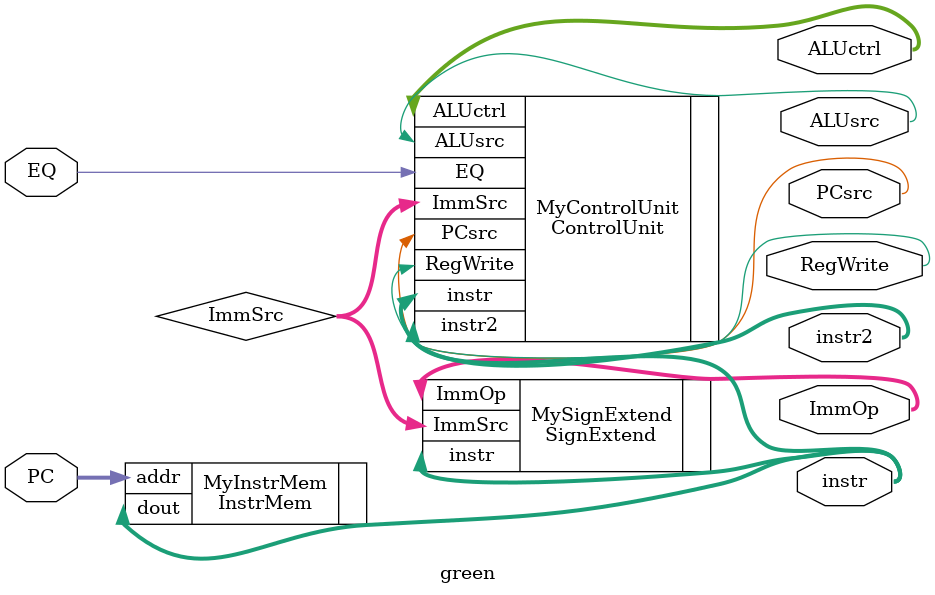
<source format=sv>
module green #(
    parameter   //ADDRESS_WIDTH = 8,
                DATA_WIDTH = 32
)(
     input logic [DATA_WIDTH-1:0]     PC, //8b
     input logic                        EQ, //1b
     output logic [DATA_WIDTH-1:0]       instr,//32b
        output logic [DATA_WIDTH-1:0]       instr2,//32b

     output logic                        RegWrite, //1b
     output logic [2:0]                  ALUctrl, //3b
     output logic                        ALUsrc, //1 bit
     output logic                        PCsrc, //1 bit
     output logic [DATA_WIDTH-1:0]        ImmOp //32 bits
     //output logic [DATA_WIDTH-1:0]       Instruction2


);

    logic [1:0]                        ImmSrc;

ControlUnit MyControlUnit(
    .EQ(EQ),
    .instr(instr),
        .instr2(instr2),

    .RegWrite(RegWrite),
    .ALUctrl(ALUctrl),
    .ALUsrc(ALUsrc),
    .ImmSrc(ImmSrc),
    .PCsrc(PCsrc)
    //.Instruction2()

);

InstrMem MyInstrMem(
    .addr(PC),
    //.dout2(instr),
    .dout(instr)
);

SignExtend MySignExtend(
    .instr(instr),
    .ImmSrc(ImmSrc),
    .ImmOp(ImmOp)
);

endmodule 

</source>
